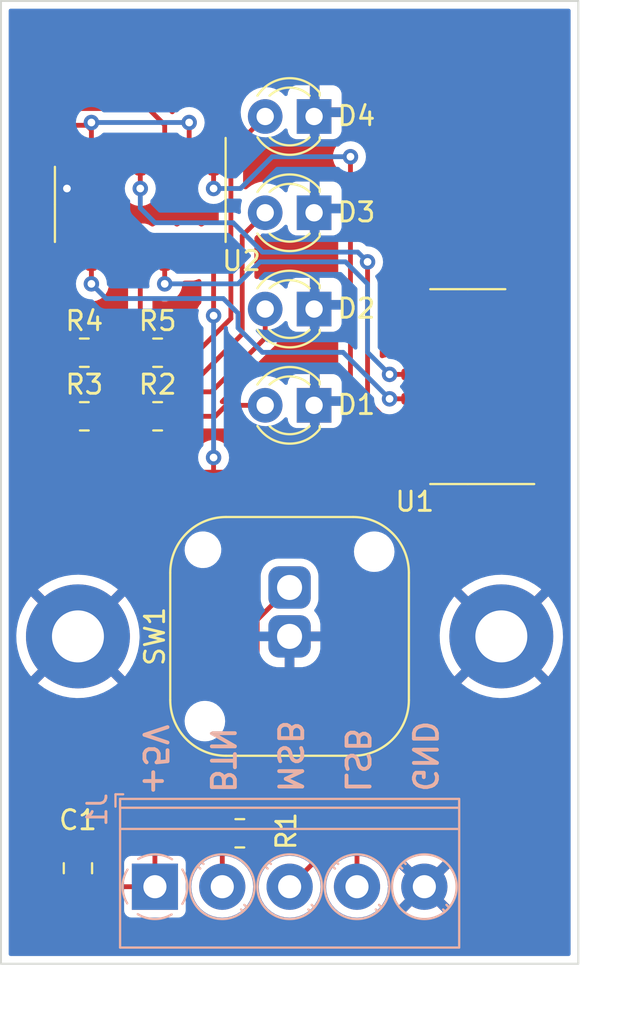
<source format=kicad_pcb>
(kicad_pcb (version 20211014) (generator pcbnew)
  (layers (0 "F.Cu" signal) (31 "B.Cu" signal) (34 "B.Paste" user) (35 "F.Paste" user) (36 "B.SilkS" user "B.Silkscreen") (37 "F.SilkS" user "F.Silkscreen") (38 "B.Mask" user) (39 "F.Mask" user) (44 "Edge.Cuts" user))
  (net 0 "")
  (net 1 "/GND")
  (net 2 "/+5V")
  (net 3 "/BTN")
  (net 4 "/MSB")
  (net 5 "/LSB")
  (net 6 "Net-(R1-Pad1)")
  (net 7 "Net-(R2-Pad1)")
  (net 8 "Net-(R3-Pad1)")
  (net 9 "Net-(R4-Pad1)")
  (net 14 "Net-(U1-Pad12)")
  (net 15 "Net-(U1-Pad13)")
  (net 16 "Net-(U1-Pad14)")
  (net 17 "Net-(U1-Pad15)")
  (net 19 "Net-(D1-Pad2)")
  (net 20 "Net-(D2-Pad2)")
  (net 21 "Net-(D3-Pad2)")
  (net 22 "Net-(D4-Pad2)")
  (net 23 "Net-(U2-Pad10)")
  (footprint "AVR-PWM-RTU:LED_D3.0mm_FlatTop_Yellow" (layer "F.Cu") (at 135.27 80 180)
    (fp_text reference "D3" (at -2.199409 0.028868) (layer "F.SilkS"))
    (fp_text value "LED" hide)
    (fp_line (start -0.29 -1.236) (end -0.29 -1.08) (layer "F.SilkS") (width 0.12))
    (fp_line (start -0.29 1.08) (end -0.29 1.236) (layer "F.SilkS") (width 0.12))
    (fp_arc (start 2.31113 1.079837) (mid 1.270117 1.5) (end 0.229039 1.08) (layer "F.SilkS") (width 0.12))
    (fp_arc (start 2.942335 1.078608) (mid 1.366487 1.987659) (end -0.29 1.235516) (layer "F.SilkS") (width 0.12))
    (fp_arc (start 0.229039 -1.08) (mid 1.270117 -1.5) (end 2.31113 -1.079837) (layer "F.SilkS") (width 0.12))
    (fp_arc (start -0.29 -1.235516) (mid 1.366487 -1.987659) (end 2.942335 -1.078608) (layer "F.SilkS") (width 0.12))
    (pad "1" thru_hole rect (at 0 0 180) (size 1.8 1.8) (drill 0.9) (layers *.Cu *.Mask) (net 1 "/GND"))
    (pad "2" thru_hole circle (at 2.54 0 180) (size 1.8 1.8) (drill 0.9) (layers *.Cu *.Mask) (net 21 "Net-(D3-Pad2)"))
  )
  (footprint "AVR-PWM-RTU:LED_D3.0mm_FlatTop_Yellow" (layer "F.Cu") (at 135.27 85 180)
    (fp_text reference "D2" (at -2.199409 0.028868) (layer "F.SilkS"))
    (fp_text value "LED" hide)
    (fp_line (start -0.29 -1.236) (end -0.29 -1.08) (layer "F.SilkS") (width 0.12))
    (fp_line (start -0.29 1.08) (end -0.29 1.236) (layer "F.SilkS") (width 0.12))
    (fp_arc (start 2.942335 1.078608) (mid 1.366487 1.987659) (end -0.29 1.235516) (layer "F.SilkS") (width 0.12))
    (fp_arc (start -0.29 -1.235516) (mid 1.366487 -1.987659) (end 2.942335 -1.078608) (layer "F.SilkS") (width 0.12))
    (fp_arc (start 0.229039 -1.08) (mid 1.270117 -1.5) (end 2.31113 -1.079837) (layer "F.SilkS") (width 0.12))
    (fp_arc (start 2.31113 1.079837) (mid 1.270117 1.5) (end 0.229039 1.08) (layer "F.SilkS") (width 0.12))
    (pad "1" thru_hole rect (at 0 0 180) (size 1.8 1.8) (drill 0.9) (layers *.Cu *.Mask) (net 1 "/GND"))
    (pad "2" thru_hole circle (at 2.54 0 180) (size 1.8 1.8) (drill 0.9) (layers *.Cu *.Mask) (net 20 "Net-(D2-Pad2)"))
  )
  (footprint "MountingHole:MountingHole_2.7mm_M2.5_Pad_TopBottom" (layer "F.Cu") (at 123 102)
    (fp_text reference "REF**" hide)
    (fp_text value "MountingHole_2.7mm_M2.5_Pad_TopBottom" hide)
    (pad "1" thru_hole circle (at 0 0) (size 3.1 3.1) (drill 2.7) (layers *.Cu *.Mask))
    (pad "1" connect circle (at 0 0) (size 5.4 5.4) (layers "B.Cu" "B.Mask") (net 1 "/GND"))
    (pad "1" connect circle (at 0 0) (size 5.4 5.4) (layers "F.Cu" "F.Mask") (net 1 "/GND"))
  )
  (footprint "Capacitor_SMD:C_0805_2012Metric" (layer "F.Cu") (at 122.999587 114.039558 90)
    (fp_text reference "C1" (at 2.5 0 180) (layer "F.SilkS"))
    (fp_text value "100n" hide)
    (fp_line (start -0.261252 -0.735) (end 0.261252 -0.735) (layer "F.SilkS") (width 0.12))
    (fp_line (start -0.261252 0.735) (end 0.261252 0.735) (layer "F.SilkS") (width 0.12))
    (pad "1" smd roundrect (at -0.95 0 90) (size 1 1.45) (layers "F.Cu" "F.Paste" "F.Mask") (net 2 "/+5V"))
    (pad "2" smd roundrect (at 0.95 0 90) (size 1 1.45) (layers "F.Cu" "F.Paste" "F.Mask") (net 1 "/GND"))
  )
  (footprint "Resistor_SMD:R_0805_2012Metric" (layer "F.Cu") (at 123.331 87.268)
    (fp_text reference "R4" (at 0 -1.65) (layer "F.SilkS"))
    (fp_text value "120" hide)
    (fp_line (start -0.227064 -0.735) (end 0.227064 -0.735) (layer "F.SilkS") (width 0.12))
    (fp_line (start -0.227064 0.735) (end 0.227064 0.735) (layer "F.SilkS") (width 0.12))
    (pad "1" smd roundrect (at -0.9125 0) (size 1.025 1.4) (layers "F.Cu" "F.Paste" "F.Mask") (roundrect_rratio 0.243902) (net 9 "Net-(R4-Pad1)"))
    (pad "2" smd roundrect (at 0.9125 0) (size 1.025 1.4) (layers "F.Cu" "F.Paste" "F.Mask") (roundrect_rratio 0.243902) (net 21 "Net-(D3-Pad2)"))
  )
  (footprint "Resistor_SMD:R_0805_2012Metric" (layer "F.Cu") (at 123.331 90.57)
    (fp_text reference "R3" (at 0 -1.65) (layer "F.SilkS"))
    (fp_text value "120" hide)
    (fp_line (start -0.227064 0.735) (end 0.227064 0.735) (layer "F.SilkS") (width 0.12))
    (fp_line (start -0.227064 -0.735) (end 0.227064 -0.735) (layer "F.SilkS") (width 0.12))
    (pad "1" smd roundrect (at -0.9125 0) (size 1.025 1.4) (layers "F.Cu" "F.Paste" "F.Mask") (roundrect_rratio 0.243902) (net 8 "Net-(R3-Pad1)"))
    (pad "2" smd roundrect (at 0.9125 0) (size 1.025 1.4) (layers "F.Cu" "F.Paste" "F.Mask") (roundrect_rratio 0.243902) (net 20 "Net-(D2-Pad2)"))
  )
  (footprint "Resistor_SMD:R_0805_2012Metric" (layer "F.Cu") (at 127.141 87.268)
    (fp_text reference "R5" (at 0 -1.65) (layer "F.SilkS"))
    (fp_text value "120" hide)
    (fp_line (start -0.227064 0.735) (end 0.227064 0.735) (layer "F.SilkS") (width 0.12))
    (fp_line (start -0.227064 -0.735) (end 0.227064 -0.735) (layer "F.SilkS") (width 0.12))
    (pad "1" smd roundrect (at -0.9125 0) (size 1.025 1.4) (layers "F.Cu" "F.Paste" "F.Mask") (roundrect_rratio 0.243902) (net 23 "Net-(U2-Pad10)"))
    (pad "2" smd roundrect (at 0.9125 0) (size 1.025 1.4) (layers "F.Cu" "F.Paste" "F.Mask") (roundrect_rratio 0.243902) (net 22 "Net-(D4-Pad2)"))
  )
  (footprint "AVR-PWM-RTU:E-Switch PB300" (layer "F.Cu") (at 133.996 102 -90)
    (fp_text reference "SW1" (at 0 7 90 unlocked) (layer "F.SilkS"))
    (fp_text value "E-Switch PB300" hide)
    (fp_line (start -3.3 6.2) (end 3.3 6.2) (layer "F.SilkS") (width 0.12))
    (fp_line (start 6.2 3.3) (end 6.2 -3.3) (layer "F.SilkS") (width 0.12))
    (fp_line (start -6.2 -3.3) (end -6.2 3.3) (layer "F.SilkS") (width 0.12))
    (fp_line (start -3.3 -6.2) (end 3.3 -6.2) (layer "F.SilkS") (width 0.12))
    (fp_arc (start -6.2 -3.3) (mid -5.35061 -5.35061) (end -3.3 -6.2) (layer "F.SilkS") (width 0.12))
    (fp_arc (start -3.3 6.2) (mid -5.35061 5.35061) (end -6.2 3.3) (layer "F.SilkS") (width 0.12))
    (fp_arc (start 6.2 3.3) (mid 5.35061 5.35061) (end 3.3 6.2) (layer "F.SilkS") (width 0.12))
    (fp_arc (start 3.3 -6.2) (mid 5.35061 -5.35061) (end 6.2 -3.3) (layer "F.SilkS") (width 0.12))
    (pad "" np_thru_hole circle (at 4.4 4.4 270) (size 1.3 1.3) (drill 1.3) (layers F&B.Cu *.Mask))
    (pad "" np_thru_hole circle (at -4.5 4.5 270) (size 1.1 1.1) (drill 1.1) (layers F&B.Cu *.Mask))
    (pad "" np_thru_hole circle (at -4.4 -4.4 270) (size 1.3 1.3) (drill 1.3) (layers F&B.Cu *.Mask))
    (pad "1" thru_hole roundrect (at 0 0 270) (size 2.2 2.2) (drill 1.3) (layers *.Cu *.Mask) (net 1 "/GND"))
    (pad "2" thru_hole roundrect (at -2.54 0 270) (size 2.2 2.2) (drill 1.3) (layers *.Cu *.Mask) (net 6 "Net-(R1-Pad1)"))
  )
  (footprint "Package_SO:SOIC-16_3.9x9.9mm_P1.27mm" (layer "F.Cu") (at 143.257 89.028 180)
    (fp_text reference "U1" (at 2.757 -5.972) (layer "F.SilkS"))
    (fp_text value "74HC238" hide)
    (fp_line (start 0 -5.06) (end -3.45 -5.06) (layer "F.SilkS") (width 0.12))
    (fp_line (start 0 5.06) (end -1.95 5.06) (layer "F.SilkS") (width 0.12))
    (fp_line (start 0 -5.06) (end 1.95 -5.06) (layer "F.SilkS") (width 0.12))
    (fp_line (start 0 5.06) (end 1.95 5.06) (layer "F.SilkS") (width 0.12))
    (pad "1" smd roundrect (at -2.475 -4.445 180) (size 1.95 0.6) (layers "F.Cu" "F.Paste" "F.Mask") (net 5 "/LSB"))
    (pad "2" smd roundrect (at -2.475 -3.175 180) (size 1.95 0.6) (layers "F.Cu" "F.Paste" "F.Mask") (net 4 "/MSB"))
    (pad "3" smd roundrect (at -2.475 -1.905 180) (size 1.95 0.6) (layers "F.Cu" "F.Paste" "F.Mask") (net 1 "/GND"))
    (pad "4" smd roundrect (at -2.475 -0.635 180) (size 1.95 0.6) (layers "F.Cu" "F.Paste" "F.Mask") (net 1 "/GND"))
    (pad "5" smd roundrect (at -2.475 0.635 180) (size 1.95 0.6) (layers "F.Cu" "F.Paste" "F.Mask") (net 1 "/GND"))
    (pad "6" smd roundrect (at -2.475 1.905 180) (size 1.95 0.6) (layers "F.Cu" "F.Paste" "F.Mask") (net 2 "/+5V"))
    (pad "7" smd roundrect (at -2.475 3.175 180) (size 1.95 0.6) (layers "F.Cu" "F.Paste" "F.Mask"))
    (pad "8" smd roundrect (at -2.475 4.445 180) (size 1.95 0.6) (layers "F.Cu" "F.Paste" "F.Mask") (net 1 "/GND"))
    (pad "9" smd roundrect (at 2.475 4.445 180) (size 1.95 0.6) (layers "F.Cu" "F.Paste" "F.Mask"))
    (pad "10" smd roundrect (at 2.475 3.175 180) (size 1.95 0.6) (layers "F.Cu" "F.Paste" "F.Mask"))
    (pad "11" smd roundrect (at 2.475 1.905 180) (size 1.95 0.6) (layers "F.Cu" "F.Paste" "F.Mask"))
    (pad "12" smd roundrect (at 2.475 0.635 180) (size 1.95 0.6) (layers "F.Cu" "F.Paste" "F.Mask") (net 14 "Net-(U1-Pad12)"))
    (pad "13" smd roundrect (at 2.475 -0.635 180) (size 1.95 0.6) (layers "F.Cu" "F.Paste" "F.Mask") (net 15 "Net-(U1-Pad13)"))
    (pad "14" smd roundrect (at 2.475 -1.905 180) (size 1.95 0.6) (layers "F.Cu" "F.Paste" "F.Mask") (net 16 "Net-(U1-Pad14)"))
    (pad "15" smd roundrect (at 2.475 -3.175 180) (size 1.95 0.6) (layers "F.Cu" "F.Paste" "F.Mask") (net 17 "Net-(U1-Pad15)"))
    (pad "16" smd roundrect (at 2.475 -4.445 180) (size 1.95 0.6) (layers "F.Cu" "F.Paste" "F.Mask") (net 2 "/+5V"))
  )
  (footprint "Package_SO:SOIC-14_3.9x8.7mm_P1.27mm" (layer "F.Cu") (at 126.239 79.565 -90)
    (fp_text reference "U2" (at 2.935 -5.261 -180) (layer "F.SilkS"))
    (fp_text value "74HC32" hide)
    (fp_line (start 0 -4.435) (end -3.45 -4.435) (layer "F.SilkS") (width 0.12))
    (fp_line (start 0 4.435) (end 1.95 4.435) (layer "F.SilkS") (width 0.12))
    (fp_line (start 0 -4.435) (end 1.95 -4.435) (layer "F.SilkS") (width 0.12))
    (fp_line (start 0 4.435) (end -1.95 4.435) (layer "F.SilkS") (width 0.12))
    (pad "1" smd roundrect (at -2.475 -3.81 270) (size 1.95 0.6) (layers "F.Cu" "F.Paste" "F.Mask") (net 17 "Net-(U1-Pad15)"))
    (pad "2" smd roundrect (at -2.475 -2.54 270) (size 1.95 0.6) (layers "F.Cu" "F.Paste" "F.Mask") (net 8 "Net-(R3-Pad1)"))
    (pad "3" smd roundrect (at -2.475 -1.27 270) (size 1.95 0.6) (layers "F.Cu" "F.Paste" "F.Mask") (net 7 "Net-(R2-Pad1)"))
    (pad "4" smd roundrect (at -2.475 0 270) (size 1.95 0.6) (layers "F.Cu" "F.Paste" "F.Mask") (net 16 "Net-(U1-Pad14)"))
    (pad "5" smd roundrect (at -2.475 1.27 270) (size 1.95 0.6) (layers "F.Cu" "F.Paste" "F.Mask") (net 9 "Net-(R4-Pad1)"))
    (pad "6" smd roundrect (at -2.475 2.54 270) (size 1.95 0.6) (layers "F.Cu" "F.Paste" "F.Mask") (net 8 "Net-(R3-Pad1)"))
    (pad "7" smd roundrect (at -2.475 3.81 270) (size 1.95 0.6) (layers "F.Cu" "F.Paste" "F.Mask") (net 1 "/GND"))
    (pad "8" smd roundrect (at 2.475 3.81 270) (size 1.95 0.6) (layers "F.Cu" "F.Paste" "F.Mask") (net 9 "Net-(R4-Pad1)"))
    (pad "9" smd roundrect (at 2.475 2.54 270) (size 1.95 0.6) (layers "F.Cu" "F.Paste" "F.Mask") (net 15 "Net-(U1-Pad13)"))
    (pad "10" smd roundrect (at 2.475 1.27 270) (size 1.95 0.6) (layers "F.Cu" "F.Paste" "F.Mask") (net 23 "Net-(U2-Pad10)"))
    (pad "11" smd roundrect (at 2.475 0 270) (size 1.95 0.6) (layers "F.Cu" "F.Paste" "F.Mask") (net 23 "Net-(U2-Pad10)"))
    (pad "12" smd roundrect (at 2.475 -1.27 270) (size 1.95 0.6) (layers "F.Cu" "F.Paste" "F.Mask") (net 14 "Net-(U1-Pad12)"))
    (pad "13" smd roundrect (at 2.475 -2.54 270) (size 1.95 0.6) (layers "F.Cu" "F.Paste" "F.Mask"))
    (pad "14" smd roundrect (at 2.475 -3.81 270) (size 1.95 0.6) (layers "F.Cu" "F.Paste" "F.Mask") (net 2 "/+5V"))
  )
  (footprint "MountingHole:MountingHole_2.7mm_M2.5_Pad_TopBottom" (layer "F.Cu") (at 145 102)
    (fp_text reference "REF**" hide)
    (fp_text value "MountingHole_2.7mm_M2.5_Pad_TopBottom" hide)
    (pad "1" connect circle (at 0 0) (size 5.4 5.4) (layers "B.Cu" "B.Mask") (net 1 "/GND"))
    (pad "1" thru_hole circle (at 0 0) (size 3.1 3.1) (drill 2.7) (layers F&B.Cu *.Mask))
    (pad "1" connect circle (at 0 0) (size 5.4 5.4) (layers "F.Cu" "F.Mask") (net 1 "/GND"))
  )
  (footprint "AVR-PWM-RTU:LED_D3.0mm_FlatTop_Green" (layer "F.Cu") (at 135.27 90 180)
    (fp_text reference "D1" (at -2.194409 0.028868) (layer "F.SilkS"))
    (fp_text value "LED" hide)
    (fp_line (start -0.29 1.08) (end -0.29 1.236) (layer "F.SilkS") (width 0.12))
    (fp_line (start -0.29 -1.236) (end -0.29 -1.08) (layer "F.SilkS") (width 0.12))
    (fp_arc (start 2.31113 1.079837) (mid 1.270117 1.5) (end 0.229039 1.08) (layer "F.SilkS") (width 0.12))
    (fp_arc (start 0.229039 -1.08) (mid 1.270117 -1.5) (end 2.31113 -1.079837) (layer "F.SilkS") (width 0.12))
    (fp_arc (start 2.942335 1.078608) (mid 1.366487 1.987659) (end -0.29 1.235516) (layer "F.SilkS") (width 0.12))
    (fp_arc (start -0.29 -1.235516) (mid 1.366487 -1.987659) (end 2.942335 -1.078608) (layer "F.SilkS") (width 0.12))
    (pad "1" thru_hole rect (at 0 0 180) (size 1.8 1.8) (drill 0.9) (layers *.Cu *.Mask) (net 1 "/GND"))
    (pad "2" thru_hole circle (at 2.54 0 180) (size 1.8 1.8) (drill 0.9) (layers *.Cu *.Mask) (net 19 "Net-(D1-Pad2)"))
  )
  (footprint "Resistor_SMD:R_0805_2012Metric" (layer "F.Cu") (at 131.4125 112.2255 180)
    (fp_text reference "R1" (at -2.4125 0.116 90) (layer "F.SilkS"))
    (fp_text value "120" hide)
    (fp_line (start -0.227064 -0.735) (end 0.227064 -0.735) (layer "F.SilkS") (width 0.12))
    (fp_line (start -0.227064 0.735) (end 0.227064 0.735) (layer "F.SilkS") (width 0.12))
    (pad "1" smd roundrect (at -0.9125 0 180) (size 1.025 1.4) (layers "F.Cu" "F.Paste" "F.Mask") (roundrect_rratio 0.243902) (net 6 "Net-(R1-Pad1)"))
    (pad "2" smd roundrect (at 0.9125 0 180) (size 1.025 1.4) (layers "F.Cu" "F.Paste" "F.Mask") (roundrect_rratio 0.243902) (net 3 "/BTN"))
  )
  (footprint "AVR-PWM-RTU:LED_D3.0mm_FlatTop_Red" (layer "F.Cu") (at 135.27 75 180)
    (fp_text reference "D4" (at -2.199409 0.028868) (layer "F.SilkS"))
    (fp_text value "LED" hide)
    (fp_line (start -0.29 -1.236) (end -0.29 -1.08) (layer "F.SilkS") (width 0.12))
    (fp_line (start -0.29 1.08) (end -0.29 1.236) (layer "F.SilkS") (width 0.12))
    (fp_arc (start 2.31113 1.079837) (mid 1.270117 1.5) (end 0.229039 1.08) (layer "F.SilkS") (width 0.12))
    (fp_arc (start -0.29 -1.235516) (mid 1.366487 -1.987659) (end 2.942335 -1.078608) (layer "F.SilkS") (width 0.12))
    (fp_arc (start 2.942335 1.078608) (mid 1.366487 1.987659) (end -0.29 1.235516) (layer "F.SilkS") (width 0.12))
    (fp_arc (start 0.229039 -1.08) (mid 1.270117 -1.5) (end 2.31113 -1.079837) (layer "F.SilkS") (width 0.12))
    (pad "1" thru_hole rect (at 0 0 180) (size 1.8 1.8) (drill 0.9) (layers *.Cu *.Mask) (net 1 "/GND"))
    (pad "2" thru_hole circle (at 2.54 0 180) (size 1.8 1.8) (drill 0.9) (layers *.Cu *.Mask) (net 22 "Net-(D4-Pad2)"))
  )
  (footprint "Resistor_SMD:R_0805_2012Metric" (layer "F.Cu") (at 127.141 90.57)
    (fp_text reference "R2" (at 0 -1.65) (layer "F.SilkS"))
    (fp_text value "120" hide)
    (fp_line (start -0.227064 0.735) (end 0.227064 0.735) (layer "F.SilkS") (width 0.12))
    (fp_line (start -0.227064 -0.735) (end 0.227064 -0.735) (layer "F.SilkS") (width 0.12))
    (pad "1" smd roundrect (at -0.9125 0) (size 1.025 1.4) (layers "F.Cu" "F.Paste" "F.Mask") (roundrect_rratio 0.243902) (net 7 "Net-(R2-Pad1)"))
    (pad "2" smd roundrect (at 0.9125 0) (size 1.025 1.4) (layers "F.Cu" "F.Paste" "F.Mask") (roundrect_rratio 0.243902) (net 19 "Net-(D1-Pad2)"))
  )
  (footprint "TerminalBlock_Phoenix:TerminalBlock_Phoenix_PT-1,5-5-3.5-H_1x05_P3.50mm_Horizontal" (layer "B.Cu") (at 127 115)
    (fp_text reference "J1" (at -3 -4 270) (layer "B.SilkS") (effects (justify mirror)))
    (fp_text value "Remote" hide)
    (fp_line (start 9.525 -1.181) (end 9.431 -1.274) (layer "B.SilkS") (width 0.12))
    (fp_line (start -2.05 -4.8) (end -1.65 -4.8) (layer "B.SilkS") (width 0.12))
    (fp_line (start -1.81 -4.56) (end 15.81 -4.56) (layer "B.SilkS") (width 0.12))
    (fp_line (start 2.525 -1.181) (end 2.431 -1.274) (layer "B.SilkS") (width 0.12))
    (fp_line (start 11.57 1.275) (end 11.476 1.181) (layer "B.SilkS") (width 0.12))
    (fp_line (start 4.775 1.069) (end 4.646 0.941) (layer "B.SilkS") (width 0.12))
    (fp_line (start 8.275 1.069) (end 8.146 0.941) (layer "B.SilkS") (width 0.12))
    (fp_line (start -1.81 -3) (end 15.81 -3) (layer "B.SilkS") (width 0.12))
    (fp_line (start 11.775 1.069) (end 11.646 0.941) (layer "B.SilkS") (width 0.12))
    (fp_line (start 6.025 -1.181) (end 5.931 -1.274) (layer "B.SilkS") (width 0.12))
    (fp_line (start 4.57 1.275) (end 4.476 1.181) (layer "B.SilkS") (width 0.12))
    (fp_line (start 13.025 -1.181) (end 12.931 -1.274) (layer "B.SilkS") (width 0.12))
    (fp_line (start -2.05 -4.16) (end -2.05 -4.8) (layer "B.SilkS") (width 0.12))
    (fp_line (start 12.855 -0.941) (end 12.726 -1.069) (layer "B.SilkS") (width 0.12))
    (fp_line (start -1.81 3.16) (end 15.81 3.16) (layer "B.SilkS") (width 0.12))
    (fp_line (start 15.07 1.275) (end 14.976 1.181) (layer "B.SilkS") (width 0.12))
    (fp_line (start 5.855 -0.941) (end 5.726 -1.069) (layer "B.SilkS") (width 0.12))
    (fp_line (start 15.275 1.069) (end 15.146 0.941) (layer "B.SilkS") (width 0.12))
    (fp_line (start 15.81 3.16) (end 15.81 -4.56) (layer "B.SilkS") (width 0.12))
    (fp_line (start 2.355 -0.941) (end 2.226 -1.069) (layer "B.SilkS") (width 0.12))
    (fp_line (start -1.81 3.16) (end -1.81 -4.56) (layer "B.SilkS") (width 0.12))
    (fp_line (start -1.81 -4.1) (end 15.81 -4.1) (layer "B.SilkS") (width 0.12))
    (fp_line (start 9.355 -0.941) (end 9.226 -1.069) (layer "B.SilkS") (width 0.12))
    (fp_line (start 8.07 1.275) (end 7.976 1.181) (layer "B.SilkS") (width 0.12))
    (fp_arc (start 0.866 1.44) (mid -0.014012 1.680286) (end -0.889894 1.425358) (layer "B.SilkS") (width 0.12))
    (fp_arc (start 1.425 -0.891) (mid 1.680626 -0.000476) (end 1.425504 0.890193) (layer "B.SilkS") (width 0.12))
    (fp_arc (start 0 -1.68) (mid 0.463071 -1.61492) (end 0.890264 -1.424721) (layer "B.SilkS") (width 0.12))
    (fp_arc (start -1.44 0.866) (mid -1.680286 -0.014012) (end -1.425358 -0.889894) (layer "B.SilkS") (width 0.12))
    (fp_arc (start -0.866 -1.44) (mid -0.435535 -1.622918) (end 0.028674 -1.680099) (layer "B.SilkS") (width 0.12))
    (fp_circle (center 10.5 0) (end 12.18 0) (layer "B.SilkS") (width 0.12) (fill none))
    (fp_circle (center 3.5 0) (end 5.18 0) (layer "B.SilkS") (width 0.12) (fill none))
    (fp_circle (center 14 0) (end 15.68 0) (layer "B.SilkS") (width 0.12) (fill none))
    (fp_circle (center 7 0) (end 8.68 0) (layer "B.SilkS") (width 0.12) (fill none))
    (pad "1" thru_hole rect (at 0 0) (size 2.4 2.4) (drill 1.2) (layers *.Cu *.Mask) (net 2 "/+5V"))
    (pad "2" thru_hole circle (at 3.5 0) (size 2.4 2.4) (drill 1.2) (layers *.Cu *.Mask) (net 3 "/BTN"))
    (pad "3" thru_hole circle (at 7 0) (size 2.4 2.4) (drill 1.2) (layers *.Cu *.Mask) (net 4 "/MSB"))
    (pad "4" thru_hole circle (at 10.5 0) (size 2.4 2.4) (drill 1.2) (layers *.Cu *.Mask) (net 5 "/LSB"))
    (pad "5" thru_hole circle (at 14 0) (size 2.4 2.4) (drill 1.2) (layers *.Cu *.Mask) (net 1 "/GND"))
  )
  (gr_rect (start 119 119) (end 149 69) (layer "Edge.Cuts") (width 0.1) (fill none))
  (gr_text "BTN" (at 130.5 108.4255 270) (layer "B.SilkS") (effects (font (size 1.2 1.2) (thickness 0.2)) (justify mirror)))
  (gr_text "+5V" (at 127 108.4255 270) (layer "B.SilkS") (effects (font (size 1.2 1.2) (thickness 0.2)) (justify mirror)))
  (gr_text "GND" (at 141 108.2255 270) (layer "B.SilkS") (effects (font (size 1.2 1.2) (thickness 0.2)) (justify mirror)))
  (gr_text "MSB" (at 134 108.2255 270) (layer "B.SilkS") (effects (font (size 1.2 1.2) (thickness 0.2)) (justify mirror)))
  (gr_text "LSB" (at 137.5 108.4255 270) (layer "B.SilkS") (effects (font (size 1.2 1.2) (thickness 0.2)) (justify mirror)))
  (segment (start 122.429 77.09) (end 122.429 78.739) (width 0.25) (layer "F.Cu") (net 1))
  (segment (start 122.429 78.739) (end 122.428 78.74) (width 0.25) (layer "F.Cu") (net 1))
  (via (at 122.428 78.74) (size 0.8) (drill 0.4) (layers "F.Cu" "B.Cu") (net 1))
  (segment (start 127 115) (end 127 94.5) (width 0.25) (layer "F.Cu") (net 2))
  (segment (start 130.049 85.343) (end 130.049 82.04) (width 0.25) (layer "F.Cu") (net 2))
  (segment (start 145.731 87.122) (end 144.272 87.122) (width 0.25) (layer "F.Cu") (net 2))
  (segment (start 123.010029 115) (end 127 115) (width 0.25) (layer "F.Cu") (net 2))
  (segment (start 143.256 88.138) (end 143.256 92.344) (width 0.25) (layer "F.Cu") (net 2))
  (segment (start 128.946 93.5) (end 128.973 93.473) (width 0.25) (layer "F.Cu") (net 2))
  (segment (start 144.272 87.122) (end 143.256 88.138) (width 0.25) (layer "F.Cu") (net 2))
  (segment (start 130.048 93.472) (end 130.047 93.473) (width 0.25) (layer "F.Cu") (net 2))
  (segment (start 127 94.5) (end 128 93.5) (width 0.25) (layer "F.Cu") (net 2))
  (segment (start 128 93.5) (end 128.946 93.5) (width 0.25) (layer "F.Cu") (net 2))
  (segment (start 140.782 93.473) (end 130.047 93.473) (width 0.25) (layer "F.Cu") (net 2))
  (segment (start 130.048 92.71) (end 130.048 93.472) (width 0.25) (layer "F.Cu") (net 2))
  (segment (start 142.127 93.473) (end 140.782 93.473) (width 0.25) (layer "F.Cu") (net 2))
  (segment (start 143.256 92.344) (end 142.127 93.473) (width 0.25) (layer "F.Cu") (net 2))
  (segment (start 128.973 93.473) (end 130.047 93.473) (width 0.25) (layer "F.Cu") (net 2))
  (via (at 130.049 85.343) (size 0.8) (drill 0.4) (layers "F.Cu" "B.Cu") (net 2))
  (via (at 130.048 92.71) (size 0.8) (drill 0.4) (layers "F.Cu" "B.Cu") (net 2))
  (segment (start 130.049 92.709) (end 130.048 92.71) (width 0.25) (layer "B.Cu") (net 2))
  (segment (start 130.049 85.343) (end 130.049 92.709) (width 0.25) (layer "B.Cu") (net 2))
  (segment (start 130.5 115) (end 130.5 112.2255) (width 0.25) (layer "F.Cu") (net 3))
  (segment (start 145.732 92.203) (end 144.311 92.203) (width 0.25) (layer "F.Cu") (net 4))
  (segment (start 140.4195 108.5805) (end 134 115) (width 0.25) (layer "F.Cu") (net 4))
  (segment (start 144.311 92.203) (end 140.4195 96.0945) (width 0.25) (layer "F.Cu") (net 4))
  (segment (start 140.4195 96.0945) (end 140.4195 108.5805) (width 0.25) (layer "F.Cu") (net 4))
  (segment (start 141 96.4) (end 141 108.85) (width 0.25) (layer "F.Cu") (net 5))
  (segment (start 137.5 112.35) (end 137.5 115) (width 0.25) (layer "F.Cu") (net 5))
  (segment (start 145.732 93.473) (end 143.93 93.473) (width 0.25) (layer "F.Cu") (net 5))
  (segment (start 143.93 93.473) (end 141.003 96.4) (width 0.25) (layer "F.Cu") (net 5))
  (segment (start 137.5 112.35) (end 141 108.85) (width 0.25) (layer "F.Cu") (net 5))
  (segment (start 141.003 96.4) (end 141 96.4) (width 0.25) (layer "F.Cu") (net 5))
  (segment (start 132.3125 101.1435) (end 132.3125 112.213) (width 0.25) (layer "F.Cu") (net 6))
  (segment (start 133.996 99.46) (end 132.3125 101.1435) (width 0.25) (layer "F.Cu") (net 6))
  (segment (start 126.2285 91.4825) (end 125.871 91.84) (width 0.25) (layer "F.Cu") (net 7))
  (segment (start 127.509 75.439) (end 127.509 77.09) (width 0.25) (layer "F.Cu") (net 7))
  (segment (start 121.553 91.84) (end 120.849 91.136) (width 0.25) (layer "F.Cu") (net 7))
  (segment (start 126.2285 90.57) (end 126.2285 91.4825) (width 0.25) (layer "F.Cu") (net 7))
  (segment (start 121.786604 74.587) (end 126.657 74.587) (width 0.25) (layer "F.Cu") (net 7))
  (segment (start 120.849 91.136) (end 120.849 75.524604) (width 0.25) (layer "F.Cu") (net 7))
  (segment (start 126.657 74.587) (end 127.509 75.439) (width 0.25) (layer "F.Cu") (net 7))
  (segment (start 120.849 75.524604) (end 121.786604 74.587) (width 0.25) (layer "F.Cu") (net 7))
  (segment (start 125.871 91.84) (end 121.553 91.84) (width 0.25) (layer "F.Cu") (net 7))
  (segment (start 123.699 75.698) (end 123.699 75.312) (width 0.25) (layer "F.Cu") (net 8))
  (segment (start 121.553 75.457) (end 121.299 75.711) (width 0.25) (layer "F.Cu") (net 8))
  (segment (start 121.299 90.316) (end 121.553 90.57) (width 0.25) (layer "F.Cu") (net 8))
  (segment (start 128.779 77.09) (end 128.779 75.312) (width 0.25) (layer "F.Cu") (net 8))
  (segment (start 123.458 75.457) (end 121.553 75.457) (width 0.25) (layer "F.Cu") (net 8))
  (segment (start 123.699 75.698) (end 123.458 75.457) (width 0.25) (layer "F.Cu") (net 8))
  (segment (start 121.553 90.57) (end 122.4185 90.57) (width 0.25) (layer "F.Cu") (net 8))
  (segment (start 123.699 77.09) (end 123.699 75.698) (width 0.25) (layer "F.Cu") (net 8))
  (segment (start 121.299 75.711) (end 121.299 90.316) (width 0.25) (layer "F.Cu") (net 8))
  (via (at 123.699 75.312) (size 0.8) (drill 0.4) (layers "F.Cu" "B.Cu") (net 8))
  (via (at 128.779 75.312) (size 0.8) (drill 0.4) (layers "F.Cu" "B.Cu") (net 8))
  (segment (start 123.699 75.312) (end 128.779 75.312) (width 0.25) (layer "B.Cu") (net 8))
  (segment (start 122.429 82.04) (end 122.429 80.872) (width 0.25) (layer "F.Cu") (net 9))
  (segment (start 122.429 82.04) (end 122.429 87.2575) (width 0.25) (layer "F.Cu") (net 9))
  (segment (start 122.429 80.872) (end 124.969 78.332) (width 0.25) (layer "F.Cu") (net 9))
  (segment (start 124.969 78.332) (end 124.969 77.09) (width 0.25) (layer "F.Cu") (net 9))
  (segment (start 140.782 88.393) (end 139.193 88.393) (width 0.25) (layer "F.Cu") (net 14))
  (segment (start 139.193 88.393) (end 139.192 88.392) (width 0.25) (layer "F.Cu") (net 14))
  (segment (start 127.509 82.04) (end 127.509 83.692) (width 0.25) (layer "F.Cu") (net 14))
  (via (at 139.192 88.392) (size 0.8) (drill 0.4) (layers "F.Cu" "B.Cu") (net 14))
  (via (at 127.509 83.692) (size 0.8) (drill 0.4) (layers "F.Cu" "B.Cu") (net 14))
  (segment (start 136.906 82.55) (end 138.049 83.693) (width 0.25) (layer "B.Cu") (net 14))
  (segment (start 127.509 83.692) (end 131.319 83.692) (width 0.25) (layer "B.Cu") (net 14))
  (segment (start 138.049 83.693) (end 138.049 87.249) (width 0.25) (layer "B.Cu") (net 14))
  (segment (start 138.049 87.249) (end 139.192 88.392) (width 0.25) (layer "B.Cu") (net 14))
  (segment (start 132.461 82.55) (end 136.906 82.55) (width 0.25) (layer "B.Cu") (net 14))
  (segment (start 131.319 83.692) (end 132.461 82.55) (width 0.25) (layer "B.Cu") (net 14))
  (segment (start 123.699 82.04) (end 123.699 83.692) (width 0.25) (layer "F.Cu") (net 15))
  (segment (start 140.782 89.663) (end 139.193 89.663) (width 0.25) (layer "F.Cu") (net 15))
  (segment (start 139.193 89.663) (end 139.192 89.662) (width 0.25) (layer "F.Cu") (net 15))
  (via (at 123.699 83.692) (size 0.8) (drill 0.4) (layers "F.Cu" "B.Cu") (net 15))
  (via (at 139.192 89.662) (size 0.8) (drill 0.4) (layers "F.Cu" "B.Cu") (net 15))
  (segment (start 131.318 85.979) (end 132.588 87.249) (width 0.25) (layer "B.Cu") (net 15))
  (segment (start 131.318 85.217) (end 131.318 85.979) (width 0.25) (layer "B.Cu") (net 15))
  (segment (start 130.556 84.455) (end 131.318 85.217) (width 0.25) (layer "B.Cu") (net 15))
  (segment (start 136.779 87.249) (end 139.192 89.662) (width 0.25) (layer "B.Cu") (net 15))
  (segment (start 123.699 83.692) (end 124.462 84.455) (width 0.25) (layer "B.Cu") (net 15))
  (segment (start 124.462 84.455) (end 130.556 84.455) (width 0.25) (layer "B.Cu") (net 15))
  (segment (start 132.588 87.249) (end 136.779 87.249) (width 0.25) (layer "B.Cu") (net 15))
  (segment (start 140.782 90.933) (end 139.193 90.933) (width 0.25) (layer "F.Cu") (net 16))
  (segment (start 138.049 89.789) (end 139.193 90.933) (width 0.25) (layer "F.Cu") (net 16))
  (segment (start 138.049 89.789) (end 138.049 82.55) (width 0.25) (layer "F.Cu") (net 16))
  (segment (start 126.239 77.09) (end 126.239 78.739) (width 0.25) (layer "F.Cu") (net 16))
  (via (at 138.049 82.55) (size 0.8) (drill 0.4) (layers "F.Cu" "B.Cu") (net 16))
  (via (at 126.239 78.739) (size 0.8) (drill 0.4) (layers "F.Cu" "B.Cu") (net 16))
  (segment (start 126.239 79.757) (end 126.239 78.739) (width 0.25) (layer "B.Cu") (net 16))
  (segment (start 131.064 80.518) (end 132.588 82.042) (width 0.25) (layer "B.Cu") (net 16))
  (segment (start 127 80.518) (end 126.239 79.757) (width 0.25) (layer "B.Cu") (net 16))
  (segment (start 132.588 82.042) (end 137.541 82.042) (width 0.25) (layer "B.Cu") (net 16))
  (segment (start 138.049 82.55) (end 137.541 82.042) (width 0.25) (layer "B.Cu") (net 16))
  (segment (start 131.064 80.518) (end 127 80.518) (width 0.25) (layer "B.Cu") (net 16))
  (segment (start 137.16 90.17) (end 137.16 77.089) (width 0.25) (layer "F.Cu") (net 17))
  (segment (start 137.16 90.17) (end 139.193 92.203) (width 0.25) (layer "F.Cu") (net 17))
  (segment (start 130.049 77.09) (end 130.049 78.739) (width 0.25) (layer "F.Cu") (net 17))
  (segment (start 140.782 92.203) (end 139.193 92.203) (width 0.25) (layer "F.Cu") (net 17))
  (via (at 130.049 78.739) (size 0.8) (drill 0.4) (layers "F.Cu" "B.Cu") (net 17))
  (via (at 137.16 77.089) (size 0.8) (drill 0.4) (layers "F.Cu" "B.Cu") (net 17))
  (segment (start 133.096 77.089) (end 137.16 77.089) (width 0.25) (layer "B.Cu") (net 17))
  (segment (start 130.049 78.739) (end 131.446 78.739) (width 0.25) (layer "B.Cu") (net 17))
  (segment (start 131.446 78.739) (end 133.096 77.089) (width 0.25) (layer "B.Cu") (net 17))
  (segment (start 130.7 90) (end 130.13 90.57) (width 0.25) (layer "F.Cu") (net 19))
  (segment (start 128.0535 90.57) (end 130.13 90.57) (width 0.25) (layer "F.Cu") (net 19))
  (segment (start 132.73 90) (end 130.7 90) (width 0.25) (layer "F.Cu") (net 19))
  (segment (start 129.932 89.3) (end 124.608 89.3) (width 0.25) (layer "F.Cu") (net 20))
  (segment (start 132.73 86.502) (end 132.516 86.716) (width 0.25) (layer "F.Cu") (net 20))
  (segment (start 124.608 89.3) (end 124.2435 89.6645) (width 0.25) (layer "F.Cu") (net 20))
  (segment (start 124.2435 89.6645) (end 124.2435 90.57) (width 0.25) (layer "F.Cu") (net 20))
  (segment (start 132.73 85) (end 132.73 86.502) (width 0.25) (layer "F.Cu") (net 20))
  (segment (start 132.516 86.716) (end 129.932 89.3) (width 0.25) (layer "F.Cu") (net 20))
  (segment (start 129.3 88.538) (end 131.535591 86.302409) (width 0.25) (layer "F.Cu") (net 21))
  (segment (start 124.1965 87.268) (end 124.1965 88.1335) (width 0.25) (layer "F.Cu") (net 21))
  (segment (start 124.1965 88.1335) (end 124.601 88.538) (width 0.25) (layer "F.Cu") (net 21))
  (segment (start 124.601 88.538) (end 129.3 88.538) (width 0.25) (layer "F.Cu") (net 21))
  (segment (start 131.535591 81.194409) (end 131.535591 81.964409) (width 0.25) (layer "F.Cu") (net 21))
  (segment (start 132.73 80) (end 131.535591 81.194409) (width 0.25) (layer "F.Cu") (net 21))
  (segment (start 131.535591 86.302409) (end 131.535591 81.964409) (width 0.25) (layer "F.Cu") (net 21))
  (segment (start 130.948 76.782) (end 130.948 77.548) (width 0.25) (layer "F.Cu") (net 22))
  (segment (start 130.948 85.49) (end 130.948 77.548) (width 0.25) (layer "F.Cu") (net 22))
  (segment (start 132.73 75) (end 130.948 76.782) (width 0.25) (layer "F.Cu") (net 22))
  (segment (start 129.17 87.268) (end 130.948 85.49) (width 0.25) (layer "F.Cu") (net 22))
  (segment (start 128.0535 87.268) (end 129.17 87.268) (width 0.25) (layer "F.Cu") (net 22))
  (segment (start 126.239 82.04) (end 126.239 87.2575) (width 0.25) (layer "F.Cu") (net 23))
  (segment (start 124.969 82.04) (end 126.239 82.04) (width 0.25) (layer "F.Cu") (net 23))
  (zone (net 1) (net_name "/GND") (layer "F.Cu") (connect_pads (clearance 0.508)) (min_thickness 0.254) (fill yes (thermal_gap 0.508) (thermal_bridge_width 0.508) (island_removal_mode 2) (island_area_min 1))
    (polygon (pts (xy 149 69) (xy 149 119) (xy 119 119) (xy 119 69)))
  )
  (zone (net 1) (net_name "/GND") (layer "B.Cu") (connect_pads (clearance 0.4)) (min_thickness 0.2) (fill yes (thermal_gap 0.5) (thermal_bridge_width 0.5))
    (polygon (pts (xy 149 69) (xy 149 119) (xy 119 119) (xy 119 69)))
  )
)
</source>
